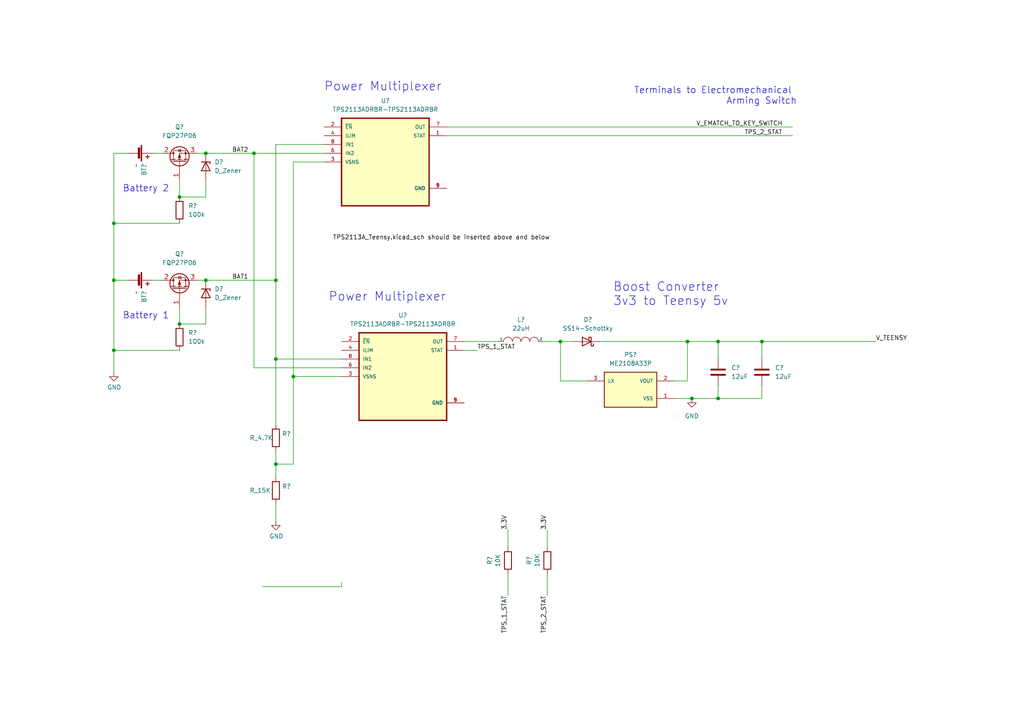
<source format=kicad_sch>
(kicad_sch (version 20211123) (generator eeschema)
  (paper "A4")
  (lib_symbols
    (symbol "Device:Battery_Cell" (pin_numbers hide) (pin_names (offset 0) hide)
      (property "Reference" "BT" (at 2.54 2.54 0))
      (property "Value" "Battery_Cell" (at 2.54 0 0))
      (symbol "Battery_Cell_0_1"
        (rectangle (start -2.286 1.778) (end 2.286 1.524) (fill (type outline)))
        (rectangle (start -1.5748 1.1938) (end 1.4732 0.6858) (fill (type outline)))
        (polyline (pts (xy 0 0.762) (xy 0 0)))
        (polyline (pts (xy 0 1.778) (xy 0 2.54)))
        (polyline (pts (xy 0.508 3.429) (xy 1.524 3.429)) (stroke (width 0.254)))
        (polyline (pts (xy 1.016 3.937) (xy 1.016 2.921)) (stroke (width 0.254)))
      )
      (symbol "Battery_Cell_1_1"
        (pin passive line (at 0 5.08 270) (length 2.54) (name "+") (number "1"))
        (pin passive line (at 0 -2.54 90) (length 2.54) (name "-") (number "2"))
      )
    )
    (symbol "Device:C" (pin_numbers hide) (pin_names (offset 0.254))
      (property "Reference" "C" (at 0.635 2.54 0))
      (property "Value" "C" (at 0.635 -2.54 0))
      (symbol "C_0_1"
        (polyline (pts (xy -2.032 -0.762) (xy 2.032 -0.762)) (stroke (width 0.508)))
        (polyline (pts (xy -2.032 0.762) (xy 2.032 0.762)) (stroke (width 0.508)))
      )
      (symbol "C_1_1"
        (pin passive line (at 0 3.81 270) (length 2.794) (name "~") (number "1"))
        (pin passive line (at 0 -3.81 90) (length 2.794) (name "~") (number "2"))
      )
    )
    (symbol "Device:D_Schottky" (pin_numbers hide) (pin_names (offset 1.016) hide)
      (property "Reference" "D" (at 0 2.54 0))
      (property "Value" "D_Schottky" (at 0 -2.54 0))
      (symbol "D_Schottky_0_1"
        (polyline (pts (xy 1.27 0) (xy -1.27 0)))
        (polyline (pts (xy 1.27 1.27) (xy 1.27 -1.27) (xy -1.27 0) (xy 1.27 1.27)) (stroke (width 0.254)))
        (polyline (pts (xy -1.905 0.635) (xy -1.905 1.27) (xy -1.27 1.27) (xy -1.27 -1.27) (xy -0.635 -1.27) (xy -0.635 -0.635)) (stroke (width 0.254)))
      )
      (symbol "D_Schottky_1_1"
        (pin passive line (at -3.81 0 0) (length 2.54) (name "K") (number "1"))
        (pin passive line (at 3.81 0 180) (length 2.54) (name "A") (number "2"))
      )
    )
    (symbol "Device:D_Zener" (pin_numbers hide) (pin_names (offset 1.016) hide)
      (property "Reference" "D" (at 0 2.54 0))
      (property "Value" "D_Zener" (at 0 -2.54 0))
      (symbol "D_Zener_0_1"
        (polyline (pts (xy 1.27 0) (xy -1.27 0)))
        (polyline (pts (xy -1.27 -1.27) (xy -1.27 1.27) (xy -0.762 1.27)) (stroke (width 0.254)))
        (polyline (pts (xy 1.27 -1.27) (xy 1.27 1.27) (xy -1.27 0) (xy 1.27 -1.27)) (stroke (width 0.254)))
      )
      (symbol "D_Zener_1_1"
        (pin passive line (at -3.81 0 0) (length 2.54) (name "K") (number "1"))
        (pin passive line (at 3.81 0 180) (length 2.54) (name "A") (number "2"))
      )
    )
    (symbol "Device:R" (pin_numbers hide) (pin_names (offset 0))
      (property "Reference" "R" (at 2.032 0 90))
      (property "Value" "R" (at 0 0 90))
      (symbol "R_0_1"
        (rectangle (start -1.016 -2.54) (end 1.016 2.54) (stroke (width 0.254)))
      )
      (symbol "R_1_1"
        (pin passive line (at 0 3.81 270) (length 1.27) (name "~") (number "1"))
        (pin passive line (at 0 -3.81 90) (length 1.27) (name "~") (number "2"))
      )
    )
    (symbol "ME2108:ME2108A33P" (pin_names (offset 1.016))
      (property "Reference" "PS" (at -7.62 5.842 0))
      (property "Value" "ME2108A33P" (at -7.62 -5.842 0))
      (symbol "ME2108A33P_0_0"
        (rectangle (start -7.62 -5.08) (end 7.62 5.08) (stroke (width 0.254)) (fill (type background)))
        (pin power_in line (at 12.7 -2.54 180) (length 5.08) (name "VSS") (number "1"))
        (pin output line (at 12.7 2.54 180) (length 5.08) (name "VOUT") (number "2"))
        (pin input line (at -12.7 2.54 0) (length 5.08) (name "LX") (number "3"))
      )
    )
    (symbol "REV2_SPRING_2022-rescue:TPS2113ADRBR-TPS2113ADRBR" (pin_names (offset 1.016))
      (property "Reference" "U" (at -12.7 13.6906 0))
      (property "Value" "TPS2113ADRBR-TPS2113ADRBR" (at -12.7 -16.6878 0))
      (symbol "TPS2113ADRBR-TPS2113ADRBR_0_0"
        (rectangle (start -12.7 -12.7) (end 12.7 12.7) (stroke (width 0.4064)) (fill (type background)))
        (pin output line (at 17.78 7.62 180) (length 5.08) (name "STAT") (number "1"))
        (pin input line (at -17.78 10.16 0) (length 5.08) (name "~{EN}") (number "2"))
        (pin input line (at -17.78 0 0) (length 5.08) (name "VSNS") (number "3"))
        (pin input line (at -17.78 7.62 0) (length 5.08) (name "ILIM") (number "4"))
        (pin power_in line (at 17.78 -7.62 180) (length 5.08) (name "GND") (number "5"))
        (pin input line (at -17.78 2.54 0) (length 5.08) (name "IN2") (number "6"))
        (pin output line (at 17.78 10.16 180) (length 5.08) (name "OUT") (number "7"))
        (pin input line (at -17.78 5.08 0) (length 5.08) (name "IN1") (number "8"))
        (pin power_in line (at 17.78 -7.62 180) (length 5.08) (name "GND") (number "9"))
      )
    )
    (symbol "Transistor_FET:FQP27P06" (pin_names hide)
      (property "Reference" "Q" (at 5.08 1.905 0))
      (property "Value" "FQP27P06" (at 5.08 0 0))
      (symbol "FQP27P06_0_1"
        (polyline (pts (xy 0.254 0) (xy -2.54 0)))
        (polyline (pts (xy 0.254 1.905) (xy 0.254 -1.905)) (stroke (width 0.254)))
        (polyline (pts (xy 0.762 -1.27) (xy 0.762 -2.286)) (stroke (width 0.254)))
        (polyline (pts (xy 0.762 0.508) (xy 0.762 -0.508)) (stroke (width 0.254)))
        (polyline (pts (xy 0.762 2.286) (xy 0.762 1.27)) (stroke (width 0.254)))
        (polyline (pts (xy 2.54 2.54) (xy 2.54 1.778)))
        (polyline (pts (xy 2.54 -2.54) (xy 2.54 0) (xy 0.762 0)))
        (polyline (pts (xy 0.762 1.778) (xy 3.302 1.778) (xy 3.302 -1.778) (xy 0.762 -1.778)))
        (polyline (pts (xy 2.286 0) (xy 1.27 0.381) (xy 1.27 -0.381) (xy 2.286 0)) (fill (type outline)))
        (polyline (pts (xy 2.794 -0.508) (xy 2.921 -0.381) (xy 3.683 -0.381) (xy 3.81 -0.254)))
        (polyline (pts (xy 3.302 -0.381) (xy 2.921 0.254) (xy 3.683 0.254) (xy 3.302 -0.381)))
        (circle (center 1.651 0) (radius 2.794) (stroke (width 0.254)))
        (circle (center 2.54 -1.778) (radius 0.254) (fill (type outline)))
        (circle (center 2.54 1.778) (radius 0.254) (fill (type outline)))
      )
      (symbol "FQP27P06_1_1"
        (pin input line (at -5.08 0 0) (length 2.54) (name "G") (number "1"))
        (pin passive line (at 2.54 5.08 270) (length 2.54) (name "D") (number "2"))
        (pin passive line (at 2.54 -5.08 90) (length 2.54) (name "S") (number "3"))
      )
    )
    (symbol "power:GND" (power) (pin_names (offset 0))
      (property "Value" "GND" (at 0 -3.81 0))
      (symbol "GND_0_1"
        (polyline (pts (xy 0 0) (xy 0 -1.27) (xy 1.27 -1.27) (xy 0 -2.54) (xy -1.27 -1.27) (xy 0 -1.27)))
      )
      (symbol "GND_1_1"
        (pin power_in line (at 0 0 270) (length 0) hide (name "GND") (number "1"))
      )
    )
    (symbol "pspice:INDUCTOR" (pin_numbers hide) (pin_names (offset 0))
      (property "Reference" "L" (at 0 2.54 0))
      (property "Value" "INDUCTOR" (at 0 -1.27 0))
      (symbol "INDUCTOR_0_1"
        (arc (start -2.54 0) (mid -3.81 1.27) (end -5.08 0))
        (arc (start 0 0) (mid -1.27 1.27) (end -2.54 0))
        (arc (start 2.54 0) (mid 1.27 1.27) (end 0 0))
        (arc (start 5.08 0) (mid 3.81 1.27) (end 2.54 0))
      )
      (symbol "INDUCTOR_1_1"
        (pin input line (at -6.35 0 0) (length 1.27) (name "1") (number "1"))
        (pin input line (at 6.35 0 180) (length 1.27) (name "2") (number "2"))
      )
    )
  )
  (junction (at 80.01 104.14))
  (junction (at 80.01 81.28))
  (junction (at 162.56 99.06))
  (junction (at 52.07 93.98))
  (junction (at 220.98 99.06))
  (junction (at 73.66 44.45))
  (junction (at 208.28 115.57))
  (junction (at 200.66 115.57))
  (junction (at 52.07 57.15))
  (junction (at 85.09 109.22))
  (junction (at 59.69 81.28))
  (junction (at 80.01 134.62))
  (junction (at 59.69 44.45))
  (junction (at 208.28 99.06))
  (junction (at 33.02 81.28))
  (junction (at 33.02 64.77))
  (junction (at 33.02 101.6))
  (junction (at 199.39 99.06))
  (wire (pts (xy 59.69 57.15) (xy 52.07 57.15)))
  (wire (pts (xy 220.98 99.06) (xy 220.98 104.14)))
  (wire (pts (xy 170.18 110.49) (xy 162.56 110.49)))
  (wire (pts (xy 59.69 93.98) (xy 52.07 93.98)))
  (wire (pts (xy 36.83 81.28) (xy 33.02 81.28)))
  (wire (pts (xy 57.15 44.45) (xy 59.69 44.45)))
  (wire (pts (xy 59.69 88.9) (xy 59.69 93.98)))
  (wire (pts (xy 33.02 44.45) (xy 33.02 64.77)))
  (wire (pts (xy 33.02 101.6) (xy 52.07 101.6)))
  (wire (pts (xy 162.56 110.49) (xy 162.56 99.06)))
  (wire (pts (xy 76.2 170.18) (xy 99.06 170.18)))
  (wire (pts (xy 73.66 44.45) (xy 73.66 106.68)))
  (wire (pts (xy 80.01 138.43) (xy 80.01 134.62)))
  (wire (pts (xy 208.28 99.06) (xy 208.28 104.14)))
  (wire (pts (xy 208.28 111.76) (xy 208.28 115.57)))
  (wire (pts (xy 44.45 44.45) (xy 46.99 44.45)))
  (wire (pts (xy 208.28 99.06) (xy 220.98 99.06)))
  (wire (pts (xy 199.39 99.06) (xy 208.28 99.06)))
  (wire (pts (xy 80.01 41.91) (xy 93.98 41.91)))
  (wire (pts (xy 147.32 153.67) (xy 147.32 158.75)))
  (wire (pts (xy 134.62 99.06) (xy 144.78 99.06)))
  (wire (pts (xy 220.98 99.06) (xy 254 99.06)))
  (wire (pts (xy 33.02 101.6) (xy 33.02 107.95)))
  (wire (pts (xy 129.54 36.83) (xy 229.87 36.83)))
  (wire (pts (xy 80.01 104.14) (xy 80.01 123.19)))
  (wire (pts (xy 220.98 115.57) (xy 220.98 111.76)))
  (wire (pts (xy 44.45 81.28) (xy 46.99 81.28)))
  (wire (pts (xy 129.54 39.37) (xy 229.87 39.37)))
  (wire (pts (xy 57.15 81.28) (xy 59.69 81.28)))
  (wire (pts (xy 158.75 153.67) (xy 158.75 158.75)))
  (wire (pts (xy 73.66 106.68) (xy 99.06 106.68)))
  (wire (pts (xy 33.02 64.77) (xy 33.02 81.28)))
  (wire (pts (xy 80.01 104.14) (xy 99.06 104.14)))
  (wire (pts (xy 157.48 99.06) (xy 162.56 99.06)))
  (wire (pts (xy 99.06 109.22) (xy 85.09 109.22)))
  (wire (pts (xy 195.58 115.57) (xy 200.66 115.57)))
  (wire (pts (xy 59.69 52.07) (xy 59.69 57.15)))
  (wire (pts (xy 147.32 166.37) (xy 147.32 172.72)))
  (wire (pts (xy 80.01 81.28) (xy 80.01 104.14)))
  (wire (pts (xy 85.09 109.22) (xy 85.09 134.62)))
  (wire (pts (xy 59.69 44.45) (xy 73.66 44.45)))
  (wire (pts (xy 80.01 134.62) (xy 80.01 130.81)))
  (wire (pts (xy 52.07 52.07) (xy 52.07 57.15)))
  (wire (pts (xy 134.62 101.6) (xy 138.43 101.6)))
  (wire (pts (xy 85.09 134.62) (xy 80.01 134.62)))
  (wire (pts (xy 80.01 146.05) (xy 80.01 151.13)))
  (wire (pts (xy 85.09 46.99) (xy 85.09 109.22)))
  (wire (pts (xy 208.28 115.57) (xy 220.98 115.57)))
  (wire (pts (xy 59.69 81.28) (xy 80.01 81.28)))
  (wire (pts (xy 73.66 44.45) (xy 93.98 44.45)))
  (wire (pts (xy 85.09 46.99) (xy 93.98 46.99)))
  (wire (pts (xy 80.01 81.28) (xy 80.01 41.91)))
  (wire (pts (xy 162.56 99.06) (xy 166.37 99.06)))
  (wire (pts (xy 99.06 168.91) (xy 99.06 170.18)))
  (wire (pts (xy 36.83 44.45) (xy 33.02 44.45)))
  (wire (pts (xy 52.07 88.9) (xy 52.07 93.98)))
  (wire (pts (xy 200.66 115.57) (xy 208.28 115.57)))
  (wire (pts (xy 195.58 110.49) (xy 199.39 110.49)))
  (wire (pts (xy 33.02 64.77) (xy 52.07 64.77)))
  (wire (pts (xy 158.75 166.37) (xy 158.75 172.72)))
  (wire (pts (xy 173.99 99.06) (xy 199.39 99.06)))
  (wire (pts (xy 33.02 81.28) (xy 33.02 101.6)))
  (wire (pts (xy 199.39 110.49) (xy 199.39 99.06)))
  (text "Terminals to Electromechanical \nArming Switch" (at 231.14 30.48 180) (effects (font (size 1.905 1.905)) (justify right bottom)))
  (text "Power Multiplexer" (at 93.98 26.67 0) (effects (font (size 2.54 2.54)) (justify left bottom)))
  (text "Boost Converter\n3v3 to Teensy 5v" (at 177.8 88.9 0) (effects (font (size 2.54 2.54)) (justify left bottom)))
  (text "Power Multiplexer" (at 95.25 87.63 0) (effects (font (size 2.54 2.54)) (justify left bottom)))
  (text "Battery 2" (at 35.56 55.88 0) (effects (font (size 1.905 1.905)) (justify left bottom)))
  (text "Battery 1" (at 35.56 92.71 0) (effects (font (size 1.905 1.905)) (justify left bottom)))
  (label "V_TEENSY" (at 254 99.06 0))
  (label "BAT1" (at 67.31 81.28 0))
  (label "TPS_2_STAT" (at 215.9 39.37 0))
  (label "TPS_2_STAT" (at 158.75 172.72 270))
  (label "3.3V" (at 147.32 153.67 90))
  (label "BAT2" (at 67.31 44.45 0))
  (label "TPS_1_STAT" (at 147.32 172.72 270))
  (label "V_EMATCH_TO_KEY_SWITCH" (at 201.93 36.83 0))
  (label "TPS2113A_Teensy.kicad_sch should be inserted above and below" (at 96.52 69.85 0))
  (label "3.3V" (at 158.75 153.67 90))
  (label "TPS_1_STAT" (at 138.43 101.6 0))
  (symbol (lib_id "power:GND") (at 200.66 115.57 0) (unit 1)
    (property "Reference" "#PWR?" (effects hide))
    (property "Value" "GND" (at 200.66 120.65 0))
  )
  (symbol (lib_id "power:GND") (at 33.02 107.95 0) (unit 1)
    (property "Reference" "#PWR?" (effects hide))
    (property "Value" "~" (at 33.147 112.3442 0))
  )
  (symbol (lib_id "REV2_SPRING_2022-rescue:TPS2113ADRBR-TPS2113ADRBR") (at 116.84 109.22 0) (unit 1)
    (property "Reference" "U?" (at 116.84 91.44 0))
    (property "Value" "TPS2113ADRBR-TPS2113ADRBR" (at 116.84 93.98 0))
    (property "Footprint" "IC_DRV8601DRBT" (effects hide))
  )
  (symbol (lib_id "Device:R") (at 147.32 162.56 0) (unit 1)
    (property "Reference" "R?" (at 142.0622 162.56 90))
    (property "Value" "10K" (at 144.3736 162.56 90))
  )
  (symbol (lib_id "Device:D_Zener") (at 59.69 48.26 270) (unit 1)
    (property "Reference" "D?" (at 62.23 46.9899 90) (effects (justify left)))
    (property "Value" "D_Zener" (at 62.23 49.5299 90) (effects (justify left)))
  )
  (symbol (lib_id "ME2108:ME2108A33P") (at 182.88 113.03 0) (unit 1)
    (property "Reference" "PS?" (at 182.88 102.87 0))
    (property "Value" "ME2108A33P" (at 182.88 105.41 0))
    (property "Footprint" "CONV_ME2108A33P" (effects hide))
    (property "MAXIMUM_PACKAGE_HEIGHT" "1.6 mm" (effects hide))
    (property "STANDARD" "Manufacturer Recommendations" (effects hide))
    (property "PARTREV" "V10.0" (effects hide))
    (property "MANUFACTURER" "Nanjing Micro One Electronics" (effects hide))
  )
  (symbol (lib_id "Device:C") (at 220.98 107.95 0) (unit 1)
    (property "Reference" "C?" (at 224.79 106.6799 0) (effects (justify left)))
    (property "Value" "12uF" (at 224.79 109.2199 0) (effects (justify left)))
  )
  (symbol (lib_id "Device:D_Schottky") (at 170.18 99.06 180) (unit 1)
    (property "Reference" "D?" (at 170.4975 92.71 0))
    (property "Value" "SS14-Schottky" (at 170.4975 95.25 0))
  )
  (symbol (lib_id "Device:R") (at 80.01 142.24 0) (unit 1)
    (property "Reference" "R?" (at 81.788 141.0716 0) (effects (justify left)))
    (property "Value" "R_15K" (at 72.39 142.24 0) (effects (justify left)))
    (property "LCSC" "0805W8F4701T5E" (effects hide))
  )
  (symbol (lib_id "Device:R") (at 80.01 127 0) (unit 1)
    (property "Reference" "R?" (at 81.788 125.8316 0) (effects (justify left)))
    (property "Value" "R_4.7K" (at 72.39 127 0) (effects (justify left)))
    (property "LCSC" "0805W8F1502T5E" (effects hide))
  )
  (symbol (lib_id "Transistor_FET:FQP27P06") (at 52.07 83.82 90) (unit 1)
    (property "Reference" "Q?" (at 52.07 73.66 90))
    (property "Value" "FQP27P06" (at 52.07 76.2 90))
    (property "Footprint" "Package_TO_SOT_THT:TO-220-3_Vertical" (effects hide))
    (property "Datasheet" "https://www.onsemi.com/pub/Collateral/FQP27P06-D.PDF" (effects hide))
  )
  (symbol (lib_id "Device:Battery_Cell") (at 39.37 81.28 270) (unit 1)
    (property "Reference" "BT?" (at 41.8084 84.2772 0) (effects (justify left)))
    (property "Value" "~" (at 39.497 84.2772 0) (effects (justify left)))
  )
  (symbol (lib_id "Device:R") (at 52.07 60.96 0) (unit 1)
    (property "Reference" "R?" (at 54.61 59.6899 0) (effects (justify left)))
    (property "Value" "100k" (at 54.61 62.2299 0) (effects (justify left)))
  )
  (symbol (lib_id "Device:Battery_Cell") (at 39.37 44.45 270) (unit 1)
    (property "Reference" "BT?" (at 41.8084 47.4472 0) (effects (justify left)))
    (property "Value" "~" (at 39.497 47.4472 0) (effects (justify left)))
  )
  (symbol (lib_id "Transistor_FET:FQP27P06") (at 52.07 46.99 90) (unit 1)
    (property "Reference" "Q?" (at 52.07 36.83 90))
    (property "Value" "FQP27P06" (at 52.07 39.37 90))
    (property "Footprint" "Package_TO_SOT_THT:TO-220-3_Vertical" (effects hide))
    (property "Datasheet" "https://www.onsemi.com/pub/Collateral/FQP27P06-D.PDF" (effects hide))
  )
  (symbol (lib_id "Device:C") (at 208.28 107.95 0) (unit 1)
    (property "Reference" "C?" (at 212.09 106.6799 0) (effects (justify left)))
    (property "Value" "12uF" (at 212.09 109.2199 0) (effects (justify left)))
  )
  (symbol (lib_id "Device:R") (at 52.07 97.79 0) (unit 1)
    (property "Reference" "R?" (at 54.61 96.5199 0) (effects (justify left)))
    (property "Value" "100k" (at 54.61 99.0599 0) (effects (justify left)))
  )
  (symbol (lib_id "Device:D_Zener") (at 59.69 85.09 270) (unit 1)
    (property "Reference" "D?" (at 62.23 83.8199 90) (effects (justify left)))
    (property "Value" "D_Zener" (at 62.23 86.3599 90) (effects (justify left)))
  )
  (symbol (lib_id "power:GND") (at 80.01 151.13 0) (unit 1)
    (property "Reference" "#PWR?" (effects hide))
    (property "Value" "~" (at 80.137 155.5242 0))
  )
  (symbol (lib_id "Device:R") (at 158.75 162.56 0) (unit 1)
    (property "Reference" "R?" (at 153.4922 162.56 90))
    (property "Value" "10K" (at 155.8036 162.56 90))
  )
  (symbol (lib_id "pspice:INDUCTOR") (at 151.13 99.06 0) (unit 1)
    (property "Reference" "L?" (at 151.13 92.71 0))
    (property "Value" "22uH" (at 151.13 95.25 0))
  )
  (symbol (lib_id "REV2_SPRING_2022-rescue:TPS2113ADRBR-TPS2113ADRBR") (at 111.76 46.99 0) (unit 1)
    (property "Reference" "U?" (at 111.76 29.21 0))
    (property "Value" "TPS2113ADRBR-TPS2113ADRBR" (at 111.76 31.75 0))
    (property "Footprint" "IC_DRV8601DRBT" (effects hide))
  )
)
</source>
